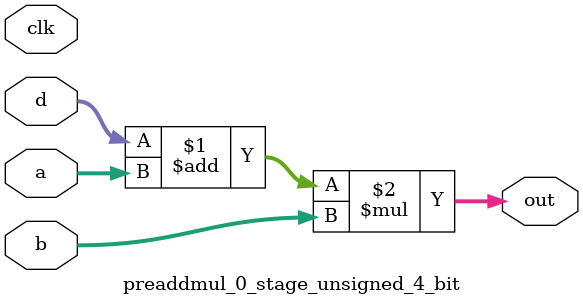
<source format=sv>
(* use_dsp = "yes" *) module preaddmul_0_stage_unsigned_4_bit(
	input  [3:0] a,
	input  [3:0] b,
	input  [3:0] d,
	output [3:0] out,
	input clk);

	assign out = (d + a) * b;
endmodule

</source>
